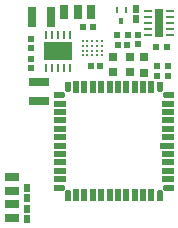
<source format=gbp>
G04 Layer_Color=16770453*
%FSLAX25Y25*%
%MOIN*%
G70*
G01*
G75*
%ADD18R,0.02205X0.02047*%
%ADD21R,0.02047X0.02205*%
%ADD22R,0.02756X0.02756*%
%ADD23R,0.02165X0.02165*%
%ADD37O,0.03537X0.02205*%
%ADD38O,0.02205X0.03537*%
%ADD39O,0.02205X0.03737*%
%ADD40O,0.03737X0.02205*%
%ADD41R,0.02205X0.02165*%
%ADD42R,0.02205X0.03937*%
%ADD43R,0.02165X0.02205*%
%ADD44R,0.03937X0.02205*%
%ADD45R,0.05118X0.02205*%
%ADD46C,0.00906*%
%ADD47R,0.03000X0.05000*%
%ADD48R,0.02362X0.02559*%
%ADD49R,0.02165X0.02165*%
%ADD50R,0.01063X0.02047*%
%ADD51R,0.01417X0.02047*%
%ADD52R,0.02520X0.09409*%
%ADD53R,0.02756X0.00984*%
%ADD54R,0.09370X0.06496*%
%ADD55R,0.00984X0.02756*%
%ADD56R,0.02441X0.02598*%
%ADD57R,0.07087X0.03150*%
%ADD58R,0.05000X0.03000*%
%ADD59R,0.02756X0.02756*%
%ADD60R,0.03150X0.07087*%
D18*
X125535Y145500D02*
D03*
X122465D02*
D03*
X134535Y152500D02*
D03*
X131465D02*
D03*
X119864Y158500D02*
D03*
X122935D02*
D03*
D21*
X102500Y154535D02*
D03*
Y151464D02*
D03*
Y144965D02*
D03*
Y148035D02*
D03*
X138000Y156035D02*
D03*
Y152964D02*
D03*
D22*
X140000Y143244D02*
D03*
Y148756D02*
D03*
D23*
X148000Y142228D02*
D03*
Y145772D02*
D03*
X144500Y142228D02*
D03*
Y145772D02*
D03*
D37*
X111996Y135874D02*
D03*
Y105126D02*
D03*
D38*
X114626Y102496D02*
D03*
Y138504D02*
D03*
D39*
X145374Y102496D02*
D03*
Y138504D02*
D03*
D40*
X148201Y135874D02*
D03*
Y105126D02*
D03*
D41*
X145374Y101610D02*
D03*
X114626D02*
D03*
Y139390D02*
D03*
X145374D02*
D03*
D42*
X142579Y102496D02*
D03*
X139783D02*
D03*
X136988D02*
D03*
X134193D02*
D03*
X131398D02*
D03*
X128602D02*
D03*
X125807D02*
D03*
X123012D02*
D03*
X120217D02*
D03*
X117421D02*
D03*
Y138504D02*
D03*
X120217D02*
D03*
X123012D02*
D03*
X125807D02*
D03*
X128602D02*
D03*
X131398D02*
D03*
X134193D02*
D03*
X136988D02*
D03*
X139783D02*
D03*
X142579D02*
D03*
D43*
X111110Y105126D02*
D03*
Y135874D02*
D03*
X149087D02*
D03*
Y105126D02*
D03*
D44*
X111996Y107921D02*
D03*
Y110716D02*
D03*
Y113512D02*
D03*
Y116307D02*
D03*
Y119102D02*
D03*
Y121898D02*
D03*
Y124693D02*
D03*
Y127488D02*
D03*
Y130283D02*
D03*
Y133079D02*
D03*
X148201D02*
D03*
Y130283D02*
D03*
Y127488D02*
D03*
Y124693D02*
D03*
Y121898D02*
D03*
Y116307D02*
D03*
Y113512D02*
D03*
Y110716D02*
D03*
Y107921D02*
D03*
D45*
X147610Y119102D02*
D03*
D46*
X119626Y153862D02*
D03*
X121201D02*
D03*
X122775D02*
D03*
X124350D02*
D03*
X125925D02*
D03*
X119626Y152287D02*
D03*
X121201D02*
D03*
X122775D02*
D03*
X124350D02*
D03*
X125925D02*
D03*
X119626Y150713D02*
D03*
X121201D02*
D03*
X122775D02*
D03*
X124350D02*
D03*
X125925D02*
D03*
X119626Y149138D02*
D03*
X121201D02*
D03*
X122775D02*
D03*
X124350D02*
D03*
X125925D02*
D03*
D47*
X118000Y163500D02*
D03*
X122500D02*
D03*
X113500D02*
D03*
D48*
X101200Y94727D02*
D03*
Y98073D02*
D03*
Y104873D02*
D03*
Y101527D02*
D03*
D49*
X134772Y156000D02*
D03*
X131228D02*
D03*
X144228Y152000D02*
D03*
X147772D02*
D03*
D50*
X130925Y164429D02*
D03*
X134075D02*
D03*
D51*
X132500Y160571D02*
D03*
D52*
X145000Y160000D02*
D03*
D53*
X141358Y156063D02*
D03*
Y158031D02*
D03*
Y160000D02*
D03*
Y161969D02*
D03*
Y163937D02*
D03*
X148642Y156063D02*
D03*
Y158031D02*
D03*
Y160000D02*
D03*
Y161969D02*
D03*
Y163937D02*
D03*
D54*
X111500Y150500D02*
D03*
D55*
X115437Y144890D02*
D03*
X113469D02*
D03*
X111500D02*
D03*
X109531D02*
D03*
X107563D02*
D03*
X115437Y156110D02*
D03*
X113469D02*
D03*
X111500D02*
D03*
X109531D02*
D03*
X107563D02*
D03*
D56*
X137500Y161268D02*
D03*
Y164732D02*
D03*
D57*
X105000Y133850D02*
D03*
Y140150D02*
D03*
D58*
X96000Y99600D02*
D03*
Y95100D02*
D03*
Y104100D02*
D03*
Y108600D02*
D03*
D59*
X135256Y143500D02*
D03*
X129744D02*
D03*
X135256Y148500D02*
D03*
X129744D02*
D03*
D60*
X109150Y162000D02*
D03*
X102850D02*
D03*
M02*

</source>
